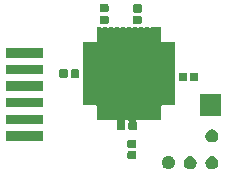
<source format=gbr>
G04 #@! TF.GenerationSoftware,KiCad,Pcbnew,(5.1.5)-3*
G04 #@! TF.CreationDate,2022-01-18T12:38:48+01:00*
G04 #@! TF.ProjectId,HB-ES-PMSwX-Pl_Gosund,48422d45-532d-4504-9d53-77582d506c5f,rev?*
G04 #@! TF.SameCoordinates,Original*
G04 #@! TF.FileFunction,Soldermask,Bot*
G04 #@! TF.FilePolarity,Negative*
%FSLAX46Y46*%
G04 Gerber Fmt 4.6, Leading zero omitted, Abs format (unit mm)*
G04 Created by KiCad (PCBNEW (5.1.5)-3) date 2022-01-18 12:38:48*
%MOMM*%
%LPD*%
G04 APERTURE LIST*
%ADD10C,0.100000*%
G04 APERTURE END LIST*
D10*
G36*
X126940721Y-70410174D02*
G01*
X127040995Y-70451709D01*
X127040996Y-70451710D01*
X127131242Y-70512010D01*
X127207990Y-70588758D01*
X127207991Y-70588760D01*
X127268291Y-70679005D01*
X127309826Y-70779279D01*
X127331000Y-70885730D01*
X127331000Y-70994270D01*
X127309826Y-71100721D01*
X127268291Y-71200995D01*
X127268290Y-71200996D01*
X127207990Y-71291242D01*
X127131242Y-71367990D01*
X127085812Y-71398345D01*
X127040995Y-71428291D01*
X126940721Y-71469826D01*
X126834270Y-71491000D01*
X126725730Y-71491000D01*
X126619279Y-71469826D01*
X126519005Y-71428291D01*
X126474188Y-71398345D01*
X126428758Y-71367990D01*
X126352010Y-71291242D01*
X126291710Y-71200996D01*
X126291709Y-71200995D01*
X126250174Y-71100721D01*
X126229000Y-70994270D01*
X126229000Y-70885730D01*
X126250174Y-70779279D01*
X126291709Y-70679005D01*
X126352009Y-70588760D01*
X126352010Y-70588758D01*
X126428758Y-70512010D01*
X126519004Y-70451710D01*
X126519005Y-70451709D01*
X126619279Y-70410174D01*
X126725730Y-70389000D01*
X126834270Y-70389000D01*
X126940721Y-70410174D01*
G37*
G36*
X125110721Y-70410174D02*
G01*
X125210995Y-70451709D01*
X125210996Y-70451710D01*
X125301242Y-70512010D01*
X125377990Y-70588758D01*
X125377991Y-70588760D01*
X125438291Y-70679005D01*
X125479826Y-70779279D01*
X125501000Y-70885730D01*
X125501000Y-70994270D01*
X125479826Y-71100721D01*
X125438291Y-71200995D01*
X125438290Y-71200996D01*
X125377990Y-71291242D01*
X125301242Y-71367990D01*
X125255812Y-71398345D01*
X125210995Y-71428291D01*
X125110721Y-71469826D01*
X125004270Y-71491000D01*
X124895730Y-71491000D01*
X124789279Y-71469826D01*
X124689005Y-71428291D01*
X124644188Y-71398345D01*
X124598758Y-71367990D01*
X124522010Y-71291242D01*
X124461710Y-71200996D01*
X124461709Y-71200995D01*
X124420174Y-71100721D01*
X124399000Y-70994270D01*
X124399000Y-70885730D01*
X124420174Y-70779279D01*
X124461709Y-70679005D01*
X124522009Y-70588760D01*
X124522010Y-70588758D01*
X124598758Y-70512010D01*
X124689004Y-70451710D01*
X124689005Y-70451709D01*
X124789279Y-70410174D01*
X124895730Y-70389000D01*
X125004270Y-70389000D01*
X125110721Y-70410174D01*
G37*
G36*
X123270721Y-70390174D02*
G01*
X123370995Y-70431709D01*
X123415812Y-70461655D01*
X123461242Y-70492010D01*
X123537990Y-70568758D01*
X123548680Y-70584757D01*
X123598291Y-70659005D01*
X123639826Y-70759279D01*
X123661000Y-70865730D01*
X123661000Y-70974270D01*
X123639826Y-71080721D01*
X123598291Y-71180995D01*
X123598290Y-71180996D01*
X123537990Y-71271242D01*
X123461242Y-71347990D01*
X123431308Y-71367991D01*
X123370995Y-71408291D01*
X123270721Y-71449826D01*
X123164270Y-71471000D01*
X123055730Y-71471000D01*
X122949279Y-71449826D01*
X122849005Y-71408291D01*
X122788692Y-71367991D01*
X122758758Y-71347990D01*
X122682010Y-71271242D01*
X122621710Y-71180996D01*
X122621709Y-71180995D01*
X122580174Y-71080721D01*
X122559000Y-70974270D01*
X122559000Y-70865730D01*
X122580174Y-70759279D01*
X122621709Y-70659005D01*
X122671320Y-70584757D01*
X122682010Y-70568758D01*
X122758758Y-70492010D01*
X122804188Y-70461655D01*
X122849005Y-70431709D01*
X122949279Y-70390174D01*
X123055730Y-70369000D01*
X123164270Y-70369000D01*
X123270721Y-70390174D01*
G37*
G36*
X120296938Y-69963916D02*
G01*
X120317557Y-69970171D01*
X120336553Y-69980324D01*
X120353208Y-69993992D01*
X120366876Y-70010647D01*
X120377029Y-70029643D01*
X120383284Y-70050262D01*
X120386000Y-70077840D01*
X120386000Y-70536560D01*
X120383284Y-70564138D01*
X120377029Y-70584757D01*
X120366876Y-70603753D01*
X120353208Y-70620408D01*
X120336553Y-70634076D01*
X120317557Y-70644229D01*
X120296938Y-70650484D01*
X120269360Y-70653200D01*
X119760640Y-70653200D01*
X119733062Y-70650484D01*
X119712443Y-70644229D01*
X119693447Y-70634076D01*
X119676792Y-70620408D01*
X119663124Y-70603753D01*
X119652971Y-70584757D01*
X119646716Y-70564138D01*
X119644000Y-70536560D01*
X119644000Y-70077840D01*
X119646716Y-70050262D01*
X119652971Y-70029643D01*
X119663124Y-70010647D01*
X119676792Y-69993992D01*
X119693447Y-69980324D01*
X119712443Y-69970171D01*
X119733062Y-69963916D01*
X119760640Y-69961200D01*
X120269360Y-69961200D01*
X120296938Y-69963916D01*
G37*
G36*
X120296938Y-68993916D02*
G01*
X120317557Y-69000171D01*
X120336553Y-69010324D01*
X120353208Y-69023992D01*
X120366876Y-69040647D01*
X120377029Y-69059643D01*
X120383284Y-69080262D01*
X120386000Y-69107840D01*
X120386000Y-69566560D01*
X120383284Y-69594138D01*
X120377029Y-69614757D01*
X120366876Y-69633753D01*
X120353208Y-69650408D01*
X120336553Y-69664076D01*
X120317557Y-69674229D01*
X120296938Y-69680484D01*
X120269360Y-69683200D01*
X119760640Y-69683200D01*
X119733062Y-69680484D01*
X119712443Y-69674229D01*
X119693447Y-69664076D01*
X119676792Y-69650408D01*
X119663124Y-69633753D01*
X119652971Y-69614757D01*
X119646716Y-69594138D01*
X119644000Y-69566560D01*
X119644000Y-69107840D01*
X119646716Y-69080262D01*
X119652971Y-69059643D01*
X119663124Y-69040647D01*
X119676792Y-69023992D01*
X119693447Y-69010324D01*
X119712443Y-69000171D01*
X119733062Y-68993916D01*
X119760640Y-68991200D01*
X120269360Y-68991200D01*
X120296938Y-68993916D01*
G37*
G36*
X126950721Y-68140174D02*
G01*
X127050995Y-68181709D01*
X127095812Y-68211655D01*
X127141242Y-68242010D01*
X127217990Y-68318758D01*
X127217991Y-68318760D01*
X127278291Y-68409005D01*
X127319826Y-68509279D01*
X127341000Y-68615730D01*
X127341000Y-68724270D01*
X127319826Y-68830721D01*
X127278291Y-68930995D01*
X127278290Y-68930996D01*
X127217990Y-69021242D01*
X127141242Y-69097990D01*
X127141233Y-69097996D01*
X127050995Y-69158291D01*
X126950721Y-69199826D01*
X126844270Y-69221000D01*
X126735730Y-69221000D01*
X126629279Y-69199826D01*
X126529005Y-69158291D01*
X126438767Y-69097996D01*
X126438758Y-69097990D01*
X126362010Y-69021242D01*
X126301710Y-68930996D01*
X126301709Y-68930995D01*
X126260174Y-68830721D01*
X126239000Y-68724270D01*
X126239000Y-68615730D01*
X126260174Y-68509279D01*
X126301709Y-68409005D01*
X126362009Y-68318760D01*
X126362010Y-68318758D01*
X126438758Y-68242010D01*
X126484188Y-68211655D01*
X126529005Y-68181709D01*
X126629279Y-68140174D01*
X126735730Y-68119000D01*
X126844270Y-68119000D01*
X126950721Y-68140174D01*
G37*
G36*
X112460100Y-69061000D02*
G01*
X109358100Y-69061000D01*
X109358100Y-68259000D01*
X112460100Y-68259000D01*
X112460100Y-69061000D01*
G37*
G36*
X117425355Y-59475083D02*
G01*
X117430029Y-59476501D01*
X117434330Y-59478800D01*
X117440702Y-59484029D01*
X117461076Y-59497643D01*
X117483715Y-59507020D01*
X117507749Y-59511800D01*
X117532253Y-59511800D01*
X117556286Y-59507019D01*
X117578925Y-59497642D01*
X117599298Y-59484029D01*
X117605670Y-59478800D01*
X117609971Y-59476501D01*
X117614645Y-59475083D01*
X117625641Y-59474000D01*
X117914359Y-59474000D01*
X117925355Y-59475083D01*
X117930029Y-59476501D01*
X117934330Y-59478800D01*
X117940702Y-59484029D01*
X117961076Y-59497643D01*
X117983715Y-59507020D01*
X118007749Y-59511800D01*
X118032253Y-59511800D01*
X118056286Y-59507019D01*
X118078925Y-59497642D01*
X118099298Y-59484029D01*
X118105670Y-59478800D01*
X118109971Y-59476501D01*
X118114645Y-59475083D01*
X118125641Y-59474000D01*
X118414359Y-59474000D01*
X118425355Y-59475083D01*
X118430029Y-59476501D01*
X118434330Y-59478800D01*
X118440702Y-59484029D01*
X118461076Y-59497643D01*
X118483715Y-59507020D01*
X118507749Y-59511800D01*
X118532253Y-59511800D01*
X118556286Y-59507019D01*
X118578925Y-59497642D01*
X118599298Y-59484029D01*
X118605670Y-59478800D01*
X118609971Y-59476501D01*
X118614645Y-59475083D01*
X118625641Y-59474000D01*
X118914359Y-59474000D01*
X118925355Y-59475083D01*
X118930029Y-59476501D01*
X118934330Y-59478800D01*
X118940702Y-59484029D01*
X118961076Y-59497643D01*
X118983715Y-59507020D01*
X119007749Y-59511800D01*
X119032253Y-59511800D01*
X119056286Y-59507019D01*
X119078925Y-59497642D01*
X119099298Y-59484029D01*
X119105670Y-59478800D01*
X119109971Y-59476501D01*
X119114645Y-59475083D01*
X119125641Y-59474000D01*
X119414359Y-59474000D01*
X119425355Y-59475083D01*
X119430029Y-59476501D01*
X119434330Y-59478800D01*
X119440702Y-59484029D01*
X119461076Y-59497643D01*
X119483715Y-59507020D01*
X119507749Y-59511800D01*
X119532253Y-59511800D01*
X119556286Y-59507019D01*
X119578925Y-59497642D01*
X119599298Y-59484029D01*
X119605670Y-59478800D01*
X119609971Y-59476501D01*
X119614645Y-59475083D01*
X119625641Y-59474000D01*
X119914359Y-59474000D01*
X119925355Y-59475083D01*
X119930029Y-59476501D01*
X119934330Y-59478800D01*
X119940702Y-59484029D01*
X119961076Y-59497643D01*
X119983715Y-59507020D01*
X120007749Y-59511800D01*
X120032253Y-59511800D01*
X120056286Y-59507019D01*
X120078925Y-59497642D01*
X120099298Y-59484029D01*
X120105670Y-59478800D01*
X120109971Y-59476501D01*
X120114645Y-59475083D01*
X120125641Y-59474000D01*
X120414359Y-59474000D01*
X120425355Y-59475083D01*
X120430029Y-59476501D01*
X120434330Y-59478800D01*
X120440702Y-59484029D01*
X120461076Y-59497643D01*
X120483715Y-59507020D01*
X120507749Y-59511800D01*
X120532253Y-59511800D01*
X120556286Y-59507019D01*
X120578925Y-59497642D01*
X120599298Y-59484029D01*
X120605670Y-59478800D01*
X120609971Y-59476501D01*
X120614645Y-59475083D01*
X120625641Y-59474000D01*
X120914359Y-59474000D01*
X120925355Y-59475083D01*
X120930029Y-59476501D01*
X120934330Y-59478800D01*
X120940702Y-59484029D01*
X120961076Y-59497643D01*
X120983715Y-59507020D01*
X121007749Y-59511800D01*
X121032253Y-59511800D01*
X121056286Y-59507019D01*
X121078925Y-59497642D01*
X121099298Y-59484029D01*
X121105670Y-59478800D01*
X121109971Y-59476501D01*
X121114645Y-59475083D01*
X121125641Y-59474000D01*
X121414359Y-59474000D01*
X121425355Y-59475083D01*
X121430029Y-59476501D01*
X121434330Y-59478800D01*
X121440702Y-59484029D01*
X121461076Y-59497643D01*
X121483715Y-59507020D01*
X121507749Y-59511800D01*
X121532253Y-59511800D01*
X121556286Y-59507019D01*
X121578925Y-59497642D01*
X121599298Y-59484029D01*
X121605670Y-59478800D01*
X121609971Y-59476501D01*
X121614645Y-59475083D01*
X121625641Y-59474000D01*
X121914359Y-59474000D01*
X121925355Y-59475083D01*
X121930029Y-59476501D01*
X121934330Y-59478800D01*
X121940702Y-59484029D01*
X121961076Y-59497643D01*
X121983715Y-59507020D01*
X122007749Y-59511800D01*
X122032253Y-59511800D01*
X122056286Y-59507019D01*
X122078925Y-59497642D01*
X122099298Y-59484029D01*
X122105670Y-59478800D01*
X122109971Y-59476501D01*
X122114645Y-59475083D01*
X122125641Y-59474000D01*
X122414359Y-59474000D01*
X122425355Y-59475083D01*
X122430029Y-59476501D01*
X122434331Y-59478800D01*
X122438104Y-59481896D01*
X122441200Y-59485669D01*
X122443499Y-59489971D01*
X122444917Y-59494645D01*
X122446000Y-59505641D01*
X122446000Y-60599001D01*
X122448402Y-60623387D01*
X122455515Y-60646836D01*
X122467066Y-60668447D01*
X122482611Y-60687389D01*
X122501553Y-60702934D01*
X122523164Y-60714485D01*
X122546613Y-60721598D01*
X122570999Y-60724000D01*
X123664359Y-60724000D01*
X123675355Y-60725083D01*
X123680029Y-60726501D01*
X123684331Y-60728800D01*
X123688104Y-60731896D01*
X123691200Y-60735669D01*
X123693499Y-60739971D01*
X123694917Y-60744645D01*
X123696000Y-60755641D01*
X123696000Y-61044359D01*
X123694917Y-61055355D01*
X123693499Y-61060029D01*
X123691200Y-61064330D01*
X123685971Y-61070702D01*
X123672357Y-61091076D01*
X123662980Y-61113715D01*
X123658200Y-61137749D01*
X123658200Y-61162253D01*
X123662981Y-61186286D01*
X123672358Y-61208925D01*
X123685971Y-61229298D01*
X123691200Y-61235670D01*
X123693499Y-61239971D01*
X123694917Y-61244645D01*
X123696000Y-61255641D01*
X123696000Y-61544359D01*
X123694917Y-61555355D01*
X123693499Y-61560029D01*
X123691200Y-61564330D01*
X123685971Y-61570702D01*
X123672357Y-61591076D01*
X123662980Y-61613715D01*
X123658200Y-61637749D01*
X123658200Y-61662253D01*
X123662981Y-61686286D01*
X123672358Y-61708925D01*
X123685971Y-61729298D01*
X123691200Y-61735670D01*
X123693499Y-61739971D01*
X123694917Y-61744645D01*
X123696000Y-61755641D01*
X123696000Y-62044359D01*
X123694917Y-62055355D01*
X123693499Y-62060029D01*
X123691200Y-62064330D01*
X123685971Y-62070702D01*
X123672357Y-62091076D01*
X123662980Y-62113715D01*
X123658200Y-62137749D01*
X123658200Y-62162253D01*
X123662981Y-62186286D01*
X123672358Y-62208925D01*
X123685971Y-62229298D01*
X123691200Y-62235670D01*
X123693499Y-62239971D01*
X123694917Y-62244645D01*
X123696000Y-62255641D01*
X123696000Y-62544359D01*
X123694917Y-62555355D01*
X123693499Y-62560029D01*
X123691200Y-62564330D01*
X123685971Y-62570702D01*
X123672357Y-62591076D01*
X123662980Y-62613715D01*
X123658200Y-62637749D01*
X123658200Y-62662253D01*
X123662981Y-62686286D01*
X123672358Y-62708925D01*
X123685971Y-62729298D01*
X123691200Y-62735670D01*
X123693499Y-62739971D01*
X123694917Y-62744645D01*
X123696000Y-62755641D01*
X123696000Y-63044359D01*
X123694917Y-63055355D01*
X123693499Y-63060029D01*
X123691200Y-63064330D01*
X123685971Y-63070702D01*
X123672357Y-63091076D01*
X123662980Y-63113715D01*
X123658200Y-63137749D01*
X123658200Y-63162253D01*
X123662981Y-63186286D01*
X123672358Y-63208925D01*
X123685971Y-63229298D01*
X123691200Y-63235670D01*
X123693499Y-63239971D01*
X123694917Y-63244645D01*
X123696000Y-63255641D01*
X123696000Y-63544359D01*
X123694917Y-63555355D01*
X123693499Y-63560029D01*
X123691200Y-63564330D01*
X123685971Y-63570702D01*
X123672357Y-63591076D01*
X123662980Y-63613715D01*
X123658200Y-63637749D01*
X123658200Y-63662253D01*
X123662981Y-63686286D01*
X123672358Y-63708925D01*
X123685971Y-63729298D01*
X123691200Y-63735670D01*
X123693499Y-63739971D01*
X123694917Y-63744645D01*
X123696000Y-63755641D01*
X123696000Y-64044359D01*
X123694917Y-64055355D01*
X123693499Y-64060029D01*
X123691200Y-64064330D01*
X123685971Y-64070702D01*
X123672357Y-64091076D01*
X123662980Y-64113715D01*
X123658200Y-64137749D01*
X123658200Y-64162253D01*
X123662981Y-64186286D01*
X123672358Y-64208925D01*
X123685971Y-64229298D01*
X123691200Y-64235670D01*
X123693499Y-64239971D01*
X123694917Y-64244645D01*
X123696000Y-64255641D01*
X123696000Y-64544359D01*
X123694917Y-64555355D01*
X123693499Y-64560029D01*
X123691200Y-64564330D01*
X123685971Y-64570702D01*
X123672357Y-64591076D01*
X123662980Y-64613715D01*
X123658200Y-64637749D01*
X123658200Y-64662253D01*
X123662981Y-64686286D01*
X123672358Y-64708925D01*
X123685971Y-64729298D01*
X123691200Y-64735670D01*
X123693499Y-64739971D01*
X123694917Y-64744645D01*
X123696000Y-64755641D01*
X123696000Y-65044359D01*
X123694917Y-65055355D01*
X123693499Y-65060029D01*
X123691200Y-65064330D01*
X123685971Y-65070702D01*
X123672357Y-65091076D01*
X123662980Y-65113715D01*
X123658200Y-65137749D01*
X123658200Y-65162253D01*
X123662981Y-65186286D01*
X123672358Y-65208925D01*
X123685971Y-65229298D01*
X123691200Y-65235670D01*
X123693499Y-65239971D01*
X123694917Y-65244645D01*
X123696000Y-65255641D01*
X123696000Y-65544359D01*
X123694917Y-65555355D01*
X123693499Y-65560029D01*
X123691200Y-65564330D01*
X123685971Y-65570702D01*
X123672357Y-65591076D01*
X123662980Y-65613715D01*
X123658200Y-65637749D01*
X123658200Y-65662253D01*
X123662981Y-65686286D01*
X123672358Y-65708925D01*
X123685971Y-65729298D01*
X123691200Y-65735670D01*
X123693499Y-65739971D01*
X123694917Y-65744645D01*
X123696000Y-65755641D01*
X123696000Y-66044359D01*
X123694917Y-66055355D01*
X123693499Y-66060029D01*
X123691200Y-66064331D01*
X123688104Y-66068104D01*
X123684331Y-66071200D01*
X123680029Y-66073499D01*
X123675355Y-66074917D01*
X123664359Y-66076000D01*
X122570999Y-66076000D01*
X122546613Y-66078402D01*
X122523164Y-66085515D01*
X122501553Y-66097066D01*
X122482611Y-66112611D01*
X122467066Y-66131553D01*
X122455515Y-66153164D01*
X122448402Y-66176613D01*
X122446000Y-66200999D01*
X122446000Y-67294359D01*
X122444917Y-67305355D01*
X122443499Y-67310029D01*
X122441200Y-67314331D01*
X122438104Y-67318104D01*
X122434331Y-67321200D01*
X122430029Y-67323499D01*
X122425355Y-67324917D01*
X122414359Y-67326000D01*
X122125641Y-67326000D01*
X122114645Y-67324917D01*
X122109971Y-67323499D01*
X122105670Y-67321200D01*
X122099298Y-67315971D01*
X122078924Y-67302357D01*
X122056285Y-67292980D01*
X122032251Y-67288200D01*
X122007747Y-67288200D01*
X121983714Y-67292981D01*
X121961075Y-67302358D01*
X121940702Y-67315971D01*
X121934330Y-67321200D01*
X121930029Y-67323499D01*
X121925355Y-67324917D01*
X121914359Y-67326000D01*
X121625641Y-67326000D01*
X121614645Y-67324917D01*
X121609971Y-67323499D01*
X121605670Y-67321200D01*
X121599298Y-67315971D01*
X121578924Y-67302357D01*
X121556285Y-67292980D01*
X121532251Y-67288200D01*
X121507747Y-67288200D01*
X121483714Y-67292981D01*
X121461075Y-67302358D01*
X121440702Y-67315971D01*
X121434330Y-67321200D01*
X121430029Y-67323499D01*
X121425355Y-67324917D01*
X121414359Y-67326000D01*
X121125641Y-67326000D01*
X121114645Y-67324917D01*
X121109971Y-67323499D01*
X121105670Y-67321200D01*
X121099298Y-67315971D01*
X121078924Y-67302357D01*
X121056285Y-67292980D01*
X121032251Y-67288200D01*
X121007747Y-67288200D01*
X120983714Y-67292981D01*
X120961075Y-67302358D01*
X120940702Y-67315971D01*
X120934330Y-67321200D01*
X120930029Y-67323499D01*
X120925355Y-67324917D01*
X120914359Y-67326000D01*
X120625641Y-67326000D01*
X120614645Y-67324917D01*
X120609971Y-67323499D01*
X120605670Y-67321200D01*
X120599298Y-67315971D01*
X120578924Y-67302357D01*
X120556285Y-67292980D01*
X120532251Y-67288200D01*
X120507747Y-67288200D01*
X120483714Y-67292981D01*
X120461075Y-67302358D01*
X120440702Y-67315971D01*
X120426675Y-67327483D01*
X120422652Y-67330172D01*
X120405329Y-67347503D01*
X120391720Y-67367880D01*
X120382347Y-67390521D01*
X120377572Y-67414556D01*
X120377578Y-67439060D01*
X120382363Y-67463092D01*
X120391734Y-67485706D01*
X120407629Y-67515443D01*
X120413884Y-67536062D01*
X120416600Y-67563640D01*
X120416600Y-68072360D01*
X120413884Y-68099938D01*
X120407629Y-68120557D01*
X120397476Y-68139553D01*
X120383808Y-68156208D01*
X120367153Y-68169876D01*
X120348157Y-68180029D01*
X120327538Y-68186284D01*
X120299960Y-68189000D01*
X119841240Y-68189000D01*
X119813662Y-68186284D01*
X119793043Y-68180029D01*
X119774047Y-68169876D01*
X119757392Y-68156208D01*
X119743724Y-68139553D01*
X119733571Y-68120557D01*
X119727316Y-68099938D01*
X119724600Y-68072360D01*
X119724600Y-67563640D01*
X119727316Y-67536062D01*
X119733570Y-67515444D01*
X119736521Y-67509924D01*
X119745898Y-67487286D01*
X119750679Y-67463252D01*
X119750679Y-67438748D01*
X119745899Y-67414715D01*
X119736522Y-67392076D01*
X119722908Y-67371702D01*
X119705582Y-67354374D01*
X119685207Y-67340760D01*
X119662569Y-67331383D01*
X119638535Y-67326602D01*
X119626282Y-67326000D01*
X119625641Y-67326000D01*
X119614645Y-67324917D01*
X119609971Y-67323499D01*
X119605670Y-67321200D01*
X119600419Y-67316891D01*
X119580044Y-67303277D01*
X119557406Y-67293900D01*
X119533372Y-67289120D01*
X119508868Y-67289120D01*
X119484835Y-67293901D01*
X119462196Y-67303278D01*
X119441822Y-67316892D01*
X119424495Y-67334219D01*
X119410881Y-67354594D01*
X119401504Y-67377232D01*
X119396724Y-67401266D01*
X119396724Y-67425770D01*
X119401505Y-67449803D01*
X119410882Y-67472442D01*
X119424494Y-67492813D01*
X119427474Y-67496444D01*
X119437629Y-67515443D01*
X119443884Y-67536062D01*
X119446600Y-67563640D01*
X119446600Y-68072360D01*
X119443884Y-68099938D01*
X119437629Y-68120557D01*
X119427476Y-68139553D01*
X119413808Y-68156208D01*
X119397153Y-68169876D01*
X119378157Y-68180029D01*
X119357538Y-68186284D01*
X119329960Y-68189000D01*
X118871240Y-68189000D01*
X118843662Y-68186284D01*
X118823043Y-68180029D01*
X118804047Y-68169876D01*
X118787392Y-68156208D01*
X118773724Y-68139553D01*
X118763571Y-68120557D01*
X118757316Y-68099938D01*
X118754600Y-68072360D01*
X118754600Y-67563640D01*
X118757316Y-67536062D01*
X118763570Y-67515444D01*
X118766521Y-67509924D01*
X118775898Y-67487286D01*
X118780679Y-67463252D01*
X118780679Y-67438748D01*
X118775899Y-67414715D01*
X118766522Y-67392076D01*
X118752908Y-67371702D01*
X118735582Y-67354374D01*
X118715207Y-67340760D01*
X118692569Y-67331383D01*
X118668535Y-67326602D01*
X118656282Y-67326000D01*
X118625641Y-67326000D01*
X118614645Y-67324917D01*
X118609971Y-67323499D01*
X118605670Y-67321200D01*
X118599298Y-67315971D01*
X118578924Y-67302357D01*
X118556285Y-67292980D01*
X118532251Y-67288200D01*
X118507747Y-67288200D01*
X118483714Y-67292981D01*
X118461075Y-67302358D01*
X118440702Y-67315971D01*
X118434330Y-67321200D01*
X118430029Y-67323499D01*
X118425355Y-67324917D01*
X118414359Y-67326000D01*
X118125641Y-67326000D01*
X118114645Y-67324917D01*
X118109971Y-67323499D01*
X118105670Y-67321200D01*
X118099298Y-67315971D01*
X118078924Y-67302357D01*
X118056285Y-67292980D01*
X118032251Y-67288200D01*
X118007747Y-67288200D01*
X117983714Y-67292981D01*
X117961075Y-67302358D01*
X117940702Y-67315971D01*
X117934330Y-67321200D01*
X117930029Y-67323499D01*
X117925355Y-67324917D01*
X117914359Y-67326000D01*
X117625641Y-67326000D01*
X117614645Y-67324917D01*
X117609971Y-67323499D01*
X117605670Y-67321200D01*
X117599298Y-67315971D01*
X117578924Y-67302357D01*
X117556285Y-67292980D01*
X117532251Y-67288200D01*
X117507747Y-67288200D01*
X117483714Y-67292981D01*
X117461075Y-67302358D01*
X117440702Y-67315971D01*
X117434330Y-67321200D01*
X117430029Y-67323499D01*
X117425355Y-67324917D01*
X117414359Y-67326000D01*
X117125641Y-67326000D01*
X117114645Y-67324917D01*
X117109971Y-67323499D01*
X117105669Y-67321200D01*
X117101896Y-67318104D01*
X117098800Y-67314331D01*
X117096501Y-67310029D01*
X117095083Y-67305355D01*
X117094000Y-67294359D01*
X117094000Y-66200999D01*
X117091598Y-66176613D01*
X117084485Y-66153164D01*
X117072934Y-66131553D01*
X117057389Y-66112611D01*
X117038447Y-66097066D01*
X117016836Y-66085515D01*
X116993387Y-66078402D01*
X116969001Y-66076000D01*
X115875641Y-66076000D01*
X115864645Y-66074917D01*
X115859971Y-66073499D01*
X115855669Y-66071200D01*
X115851896Y-66068104D01*
X115848800Y-66064331D01*
X115846501Y-66060029D01*
X115845083Y-66055355D01*
X115844000Y-66044359D01*
X115844000Y-65755641D01*
X115845083Y-65744645D01*
X115846501Y-65739971D01*
X115848800Y-65735670D01*
X115854029Y-65729298D01*
X115867643Y-65708924D01*
X115877020Y-65686285D01*
X115881800Y-65662251D01*
X115881800Y-65637747D01*
X115877019Y-65613714D01*
X115867642Y-65591075D01*
X115854029Y-65570702D01*
X115848800Y-65564330D01*
X115846501Y-65560029D01*
X115845083Y-65555355D01*
X115844000Y-65544359D01*
X115844000Y-65255641D01*
X115845083Y-65244645D01*
X115846501Y-65239971D01*
X115848800Y-65235670D01*
X115854029Y-65229298D01*
X115867643Y-65208924D01*
X115877020Y-65186285D01*
X115881800Y-65162251D01*
X115881800Y-65137747D01*
X115877019Y-65113714D01*
X115867642Y-65091075D01*
X115854029Y-65070702D01*
X115848800Y-65064330D01*
X115846501Y-65060029D01*
X115845083Y-65055355D01*
X115844000Y-65044359D01*
X115844000Y-64755641D01*
X115845083Y-64744645D01*
X115846501Y-64739971D01*
X115848800Y-64735670D01*
X115854029Y-64729298D01*
X115867643Y-64708924D01*
X115877020Y-64686285D01*
X115881800Y-64662251D01*
X115881800Y-64637747D01*
X115877019Y-64613714D01*
X115867642Y-64591075D01*
X115854029Y-64570702D01*
X115848800Y-64564330D01*
X115846501Y-64560029D01*
X115845083Y-64555355D01*
X115844000Y-64544359D01*
X115844000Y-64255641D01*
X115845083Y-64244645D01*
X115846501Y-64239971D01*
X115848800Y-64235670D01*
X115854029Y-64229298D01*
X115867643Y-64208924D01*
X115877020Y-64186285D01*
X115881800Y-64162251D01*
X115881800Y-64137747D01*
X115877019Y-64113714D01*
X115867642Y-64091075D01*
X115854029Y-64070702D01*
X115848800Y-64064330D01*
X115846501Y-64060029D01*
X115845083Y-64055355D01*
X115844000Y-64044359D01*
X115844000Y-63755641D01*
X115845083Y-63744645D01*
X115846501Y-63739971D01*
X115848800Y-63735670D01*
X115854029Y-63729298D01*
X115867643Y-63708924D01*
X115877020Y-63686285D01*
X115881800Y-63662251D01*
X115881800Y-63637747D01*
X115877019Y-63613714D01*
X115867642Y-63591075D01*
X115854029Y-63570702D01*
X115848800Y-63564330D01*
X115846501Y-63560029D01*
X115845083Y-63555355D01*
X115844000Y-63544359D01*
X115844000Y-63255641D01*
X115845083Y-63244645D01*
X115846501Y-63239971D01*
X115848800Y-63235670D01*
X115854029Y-63229298D01*
X115867643Y-63208924D01*
X115877020Y-63186285D01*
X115881800Y-63162251D01*
X115881800Y-63137747D01*
X115877019Y-63113714D01*
X115867642Y-63091075D01*
X115854029Y-63070702D01*
X115848800Y-63064330D01*
X115846501Y-63060029D01*
X115845083Y-63055355D01*
X115844000Y-63044359D01*
X115844000Y-62755641D01*
X115845083Y-62744645D01*
X115846501Y-62739971D01*
X115848800Y-62735670D01*
X115854029Y-62729298D01*
X115867643Y-62708924D01*
X115877020Y-62686285D01*
X115881800Y-62662251D01*
X115881800Y-62637747D01*
X115877019Y-62613714D01*
X115867642Y-62591075D01*
X115854029Y-62570702D01*
X115848800Y-62564330D01*
X115846501Y-62560029D01*
X115845083Y-62555355D01*
X115844000Y-62544359D01*
X115844000Y-62255641D01*
X115845083Y-62244645D01*
X115846501Y-62239971D01*
X115848800Y-62235670D01*
X115854029Y-62229298D01*
X115867643Y-62208924D01*
X115877020Y-62186285D01*
X115881800Y-62162251D01*
X115881800Y-62137747D01*
X115877019Y-62113714D01*
X115867642Y-62091075D01*
X115854029Y-62070702D01*
X115848800Y-62064330D01*
X115846501Y-62060029D01*
X115845083Y-62055355D01*
X115844000Y-62044359D01*
X115844000Y-61755641D01*
X115845083Y-61744645D01*
X115846501Y-61739971D01*
X115848800Y-61735670D01*
X115854029Y-61729298D01*
X115867643Y-61708924D01*
X115877020Y-61686285D01*
X115881800Y-61662251D01*
X115881800Y-61637747D01*
X115877019Y-61613714D01*
X115867642Y-61591075D01*
X115854029Y-61570702D01*
X115848800Y-61564330D01*
X115846501Y-61560029D01*
X115845083Y-61555355D01*
X115844000Y-61544359D01*
X115844000Y-61255641D01*
X115845083Y-61244645D01*
X115846501Y-61239971D01*
X115848800Y-61235670D01*
X115854029Y-61229298D01*
X115867643Y-61208924D01*
X115877020Y-61186285D01*
X115881800Y-61162251D01*
X115881800Y-61137747D01*
X115877019Y-61113714D01*
X115867642Y-61091075D01*
X115854029Y-61070702D01*
X115848800Y-61064330D01*
X115846501Y-61060029D01*
X115845083Y-61055355D01*
X115844000Y-61044359D01*
X115844000Y-60755641D01*
X115845083Y-60744645D01*
X115846501Y-60739971D01*
X115848800Y-60735669D01*
X115851896Y-60731896D01*
X115855669Y-60728800D01*
X115859971Y-60726501D01*
X115864645Y-60725083D01*
X115875641Y-60724000D01*
X116969001Y-60724000D01*
X116993387Y-60721598D01*
X117016836Y-60714485D01*
X117038447Y-60702934D01*
X117057389Y-60687389D01*
X117072934Y-60668447D01*
X117084485Y-60646836D01*
X117091598Y-60623387D01*
X117094000Y-60599001D01*
X117094000Y-59505641D01*
X117095083Y-59494645D01*
X117096501Y-59489971D01*
X117098800Y-59485669D01*
X117101896Y-59481896D01*
X117105669Y-59478800D01*
X117109971Y-59476501D01*
X117114645Y-59475083D01*
X117125641Y-59474000D01*
X117414359Y-59474000D01*
X117425355Y-59475083D01*
G37*
G36*
X112460100Y-67661000D02*
G01*
X109358100Y-67661000D01*
X109358100Y-66859000D01*
X112460100Y-66859000D01*
X112460100Y-67661000D01*
G37*
G36*
X127596200Y-66941000D02*
G01*
X125794200Y-66941000D01*
X125794200Y-65139000D01*
X127596200Y-65139000D01*
X127596200Y-66941000D01*
G37*
G36*
X112460100Y-66261000D02*
G01*
X109358100Y-66261000D01*
X109358100Y-65459000D01*
X112460100Y-65459000D01*
X112460100Y-66261000D01*
G37*
G36*
X112460100Y-64861000D02*
G01*
X109358100Y-64861000D01*
X109358100Y-64059000D01*
X112460100Y-64059000D01*
X112460100Y-64861000D01*
G37*
G36*
X124587538Y-63322216D02*
G01*
X124608157Y-63328471D01*
X124627153Y-63338624D01*
X124643808Y-63352292D01*
X124657476Y-63368947D01*
X124667629Y-63387943D01*
X124673884Y-63408562D01*
X124676600Y-63436140D01*
X124676600Y-63944860D01*
X124673884Y-63972438D01*
X124667629Y-63993057D01*
X124657476Y-64012053D01*
X124643808Y-64028708D01*
X124627153Y-64042376D01*
X124608157Y-64052529D01*
X124587538Y-64058784D01*
X124559960Y-64061500D01*
X124101240Y-64061500D01*
X124073662Y-64058784D01*
X124053043Y-64052529D01*
X124034047Y-64042376D01*
X124017392Y-64028708D01*
X124003724Y-64012053D01*
X123993571Y-63993057D01*
X123987316Y-63972438D01*
X123984600Y-63944860D01*
X123984600Y-63436140D01*
X123987316Y-63408562D01*
X123993571Y-63387943D01*
X124003724Y-63368947D01*
X124017392Y-63352292D01*
X124034047Y-63338624D01*
X124053043Y-63328471D01*
X124073662Y-63322216D01*
X124101240Y-63319500D01*
X124559960Y-63319500D01*
X124587538Y-63322216D01*
G37*
G36*
X125557538Y-63322216D02*
G01*
X125578157Y-63328471D01*
X125597153Y-63338624D01*
X125613808Y-63352292D01*
X125627476Y-63368947D01*
X125637629Y-63387943D01*
X125643884Y-63408562D01*
X125646600Y-63436140D01*
X125646600Y-63944860D01*
X125643884Y-63972438D01*
X125637629Y-63993057D01*
X125627476Y-64012053D01*
X125613808Y-64028708D01*
X125597153Y-64042376D01*
X125578157Y-64052529D01*
X125557538Y-64058784D01*
X125529960Y-64061500D01*
X125071240Y-64061500D01*
X125043662Y-64058784D01*
X125023043Y-64052529D01*
X125004047Y-64042376D01*
X124987392Y-64028708D01*
X124973724Y-64012053D01*
X124963571Y-63993057D01*
X124957316Y-63972438D01*
X124954600Y-63944860D01*
X124954600Y-63436140D01*
X124957316Y-63408562D01*
X124963571Y-63387943D01*
X124973724Y-63368947D01*
X124987392Y-63352292D01*
X125004047Y-63338624D01*
X125023043Y-63328471D01*
X125043662Y-63322216D01*
X125071240Y-63319500D01*
X125529960Y-63319500D01*
X125557538Y-63322216D01*
G37*
G36*
X114480738Y-63030116D02*
G01*
X114501357Y-63036371D01*
X114520353Y-63046524D01*
X114537008Y-63060192D01*
X114550676Y-63076847D01*
X114560829Y-63095843D01*
X114567084Y-63116462D01*
X114569800Y-63144040D01*
X114569800Y-63652760D01*
X114567084Y-63680338D01*
X114560829Y-63700957D01*
X114550676Y-63719953D01*
X114537008Y-63736608D01*
X114520353Y-63750276D01*
X114501357Y-63760429D01*
X114480738Y-63766684D01*
X114453160Y-63769400D01*
X113994440Y-63769400D01*
X113966862Y-63766684D01*
X113946243Y-63760429D01*
X113927247Y-63750276D01*
X113910592Y-63736608D01*
X113896924Y-63719953D01*
X113886771Y-63700957D01*
X113880516Y-63680338D01*
X113877800Y-63652760D01*
X113877800Y-63144040D01*
X113880516Y-63116462D01*
X113886771Y-63095843D01*
X113896924Y-63076847D01*
X113910592Y-63060192D01*
X113927247Y-63046524D01*
X113946243Y-63036371D01*
X113966862Y-63030116D01*
X113994440Y-63027400D01*
X114453160Y-63027400D01*
X114480738Y-63030116D01*
G37*
G36*
X115450738Y-63030116D02*
G01*
X115471357Y-63036371D01*
X115490353Y-63046524D01*
X115507008Y-63060192D01*
X115520676Y-63076847D01*
X115530829Y-63095843D01*
X115537084Y-63116462D01*
X115539800Y-63144040D01*
X115539800Y-63652760D01*
X115537084Y-63680338D01*
X115530829Y-63700957D01*
X115520676Y-63719953D01*
X115507008Y-63736608D01*
X115490353Y-63750276D01*
X115471357Y-63760429D01*
X115450738Y-63766684D01*
X115423160Y-63769400D01*
X114964440Y-63769400D01*
X114936862Y-63766684D01*
X114916243Y-63760429D01*
X114897247Y-63750276D01*
X114880592Y-63736608D01*
X114866924Y-63719953D01*
X114856771Y-63700957D01*
X114850516Y-63680338D01*
X114847800Y-63652760D01*
X114847800Y-63144040D01*
X114850516Y-63116462D01*
X114856771Y-63095843D01*
X114866924Y-63076847D01*
X114880592Y-63060192D01*
X114897247Y-63046524D01*
X114916243Y-63036371D01*
X114936862Y-63030116D01*
X114964440Y-63027400D01*
X115423160Y-63027400D01*
X115450738Y-63030116D01*
G37*
G36*
X112460100Y-63461000D02*
G01*
X109358100Y-63461000D01*
X109358100Y-62659000D01*
X112460100Y-62659000D01*
X112460100Y-63461000D01*
G37*
G36*
X112460100Y-62061000D02*
G01*
X109358100Y-62061000D01*
X109358100Y-61259000D01*
X112460100Y-61259000D01*
X112460100Y-62061000D01*
G37*
G36*
X120754138Y-58508516D02*
G01*
X120774757Y-58514771D01*
X120793753Y-58524924D01*
X120810408Y-58538592D01*
X120824076Y-58555247D01*
X120834229Y-58574243D01*
X120840484Y-58594862D01*
X120843200Y-58622440D01*
X120843200Y-59081160D01*
X120840484Y-59108738D01*
X120834229Y-59129357D01*
X120824076Y-59148353D01*
X120810408Y-59165008D01*
X120793753Y-59178676D01*
X120774757Y-59188829D01*
X120754138Y-59195084D01*
X120726560Y-59197800D01*
X120217840Y-59197800D01*
X120190262Y-59195084D01*
X120169643Y-59188829D01*
X120150647Y-59178676D01*
X120133992Y-59165008D01*
X120120324Y-59148353D01*
X120110171Y-59129357D01*
X120103916Y-59108738D01*
X120101200Y-59081160D01*
X120101200Y-58622440D01*
X120103916Y-58594862D01*
X120110171Y-58574243D01*
X120120324Y-58555247D01*
X120133992Y-58538592D01*
X120150647Y-58524924D01*
X120169643Y-58514771D01*
X120190262Y-58508516D01*
X120217840Y-58505800D01*
X120726560Y-58505800D01*
X120754138Y-58508516D01*
G37*
G36*
X117947438Y-58495816D02*
G01*
X117968057Y-58502071D01*
X117987053Y-58512224D01*
X118003708Y-58525892D01*
X118017376Y-58542547D01*
X118027529Y-58561543D01*
X118033784Y-58582162D01*
X118036500Y-58609740D01*
X118036500Y-59068460D01*
X118033784Y-59096038D01*
X118027529Y-59116657D01*
X118017376Y-59135653D01*
X118003708Y-59152308D01*
X117987053Y-59165976D01*
X117968057Y-59176129D01*
X117947438Y-59182384D01*
X117919860Y-59185100D01*
X117411140Y-59185100D01*
X117383562Y-59182384D01*
X117362943Y-59176129D01*
X117343947Y-59165976D01*
X117327292Y-59152308D01*
X117313624Y-59135653D01*
X117303471Y-59116657D01*
X117297216Y-59096038D01*
X117294500Y-59068460D01*
X117294500Y-58609740D01*
X117297216Y-58582162D01*
X117303471Y-58561543D01*
X117313624Y-58542547D01*
X117327292Y-58525892D01*
X117343947Y-58512224D01*
X117362943Y-58502071D01*
X117383562Y-58495816D01*
X117411140Y-58493100D01*
X117919860Y-58493100D01*
X117947438Y-58495816D01*
G37*
G36*
X120754138Y-57538516D02*
G01*
X120774757Y-57544771D01*
X120793753Y-57554924D01*
X120810408Y-57568592D01*
X120824076Y-57585247D01*
X120834229Y-57604243D01*
X120840484Y-57624862D01*
X120843200Y-57652440D01*
X120843200Y-58111160D01*
X120840484Y-58138738D01*
X120834229Y-58159357D01*
X120824076Y-58178353D01*
X120810408Y-58195008D01*
X120793753Y-58208676D01*
X120774757Y-58218829D01*
X120754138Y-58225084D01*
X120726560Y-58227800D01*
X120217840Y-58227800D01*
X120190262Y-58225084D01*
X120169643Y-58218829D01*
X120150647Y-58208676D01*
X120133992Y-58195008D01*
X120120324Y-58178353D01*
X120110171Y-58159357D01*
X120103916Y-58138738D01*
X120101200Y-58111160D01*
X120101200Y-57652440D01*
X120103916Y-57624862D01*
X120110171Y-57604243D01*
X120120324Y-57585247D01*
X120133992Y-57568592D01*
X120150647Y-57554924D01*
X120169643Y-57544771D01*
X120190262Y-57538516D01*
X120217840Y-57535800D01*
X120726560Y-57535800D01*
X120754138Y-57538516D01*
G37*
G36*
X117947438Y-57525816D02*
G01*
X117968057Y-57532071D01*
X117987053Y-57542224D01*
X118003708Y-57555892D01*
X118017376Y-57572547D01*
X118027529Y-57591543D01*
X118033784Y-57612162D01*
X118036500Y-57639740D01*
X118036500Y-58098460D01*
X118033784Y-58126038D01*
X118027529Y-58146657D01*
X118017376Y-58165653D01*
X118003708Y-58182308D01*
X117987053Y-58195976D01*
X117968057Y-58206129D01*
X117947438Y-58212384D01*
X117919860Y-58215100D01*
X117411140Y-58215100D01*
X117383562Y-58212384D01*
X117362943Y-58206129D01*
X117343947Y-58195976D01*
X117327292Y-58182308D01*
X117313624Y-58165653D01*
X117303471Y-58146657D01*
X117297216Y-58126038D01*
X117294500Y-58098460D01*
X117294500Y-57639740D01*
X117297216Y-57612162D01*
X117303471Y-57591543D01*
X117313624Y-57572547D01*
X117327292Y-57555892D01*
X117343947Y-57542224D01*
X117362943Y-57532071D01*
X117383562Y-57525816D01*
X117411140Y-57523100D01*
X117919860Y-57523100D01*
X117947438Y-57525816D01*
G37*
M02*

</source>
